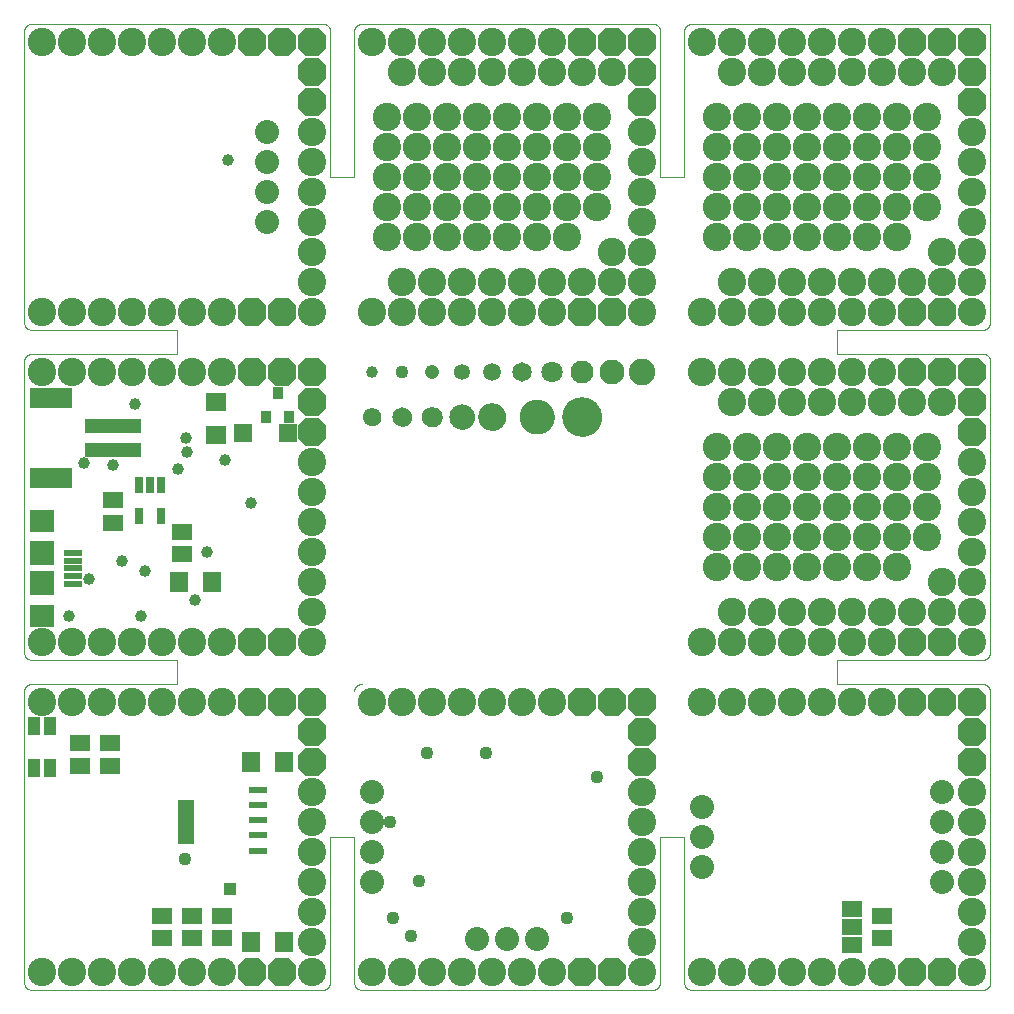
<source format=gts>
G75*
%MOIN*%
%OFA0B0*%
%FSLAX25Y25*%
%IPPOS*%
%LPD*%
%AMOC8*
5,1,8,0,0,1.08239X$1,22.5*
%
%ADD10C,0.00000*%
%ADD11C,0.06112*%
%ADD12C,0.06506*%
%ADD13C,0.06899*%
%ADD14C,0.08474*%
%ADD15C,0.09261*%
%ADD16C,0.11624*%
%ADD17C,0.13198*%
%ADD18C,0.00100*%
%ADD19C,0.09458*%
%ADD20OC8,0.09458*%
%ADD21R,0.06506X0.05718*%
%ADD22R,0.04143X0.06112*%
%ADD23R,0.06100X0.02400*%
%ADD24R,0.05718X0.14773*%
%ADD25R,0.06112X0.06899*%
%ADD26C,0.08000*%
%ADD27R,0.02765X0.05324*%
%ADD28R,0.06899X0.06112*%
%ADD29R,0.03750X0.04143*%
%ADD30R,0.06112X0.06112*%
%ADD31R,0.06112X0.01978*%
%ADD32R,0.08080X0.07687*%
%ADD33R,0.08080X0.08080*%
%ADD34R,0.18710X0.04537*%
%ADD35R,0.13986X0.06899*%
%ADD36R,0.06900X0.05200*%
%ADD37C,0.03969*%
%ADD38C,0.04362*%
%ADD39R,0.04362X0.04362*%
%ADD40C,0.04756*%
%ADD41C,0.05324*%
%ADD42C,0.05915*%
%ADD43C,0.07096*%
%ADD44C,0.07687*%
%ADD45C,0.08277*%
%ADD46C,0.08868*%
D10*
X0006275Y0006500D02*
X0006275Y0103500D01*
X0006277Y0103598D01*
X0006283Y0103696D01*
X0006292Y0103794D01*
X0006306Y0103891D01*
X0006323Y0103988D01*
X0006344Y0104084D01*
X0006369Y0104179D01*
X0006397Y0104273D01*
X0006430Y0104365D01*
X0006465Y0104457D01*
X0006505Y0104547D01*
X0006547Y0104635D01*
X0006594Y0104722D01*
X0006643Y0104806D01*
X0006696Y0104889D01*
X0006752Y0104969D01*
X0006812Y0105048D01*
X0006874Y0105124D01*
X0006939Y0105197D01*
X0007007Y0105268D01*
X0007078Y0105336D01*
X0007151Y0105401D01*
X0007227Y0105463D01*
X0007306Y0105523D01*
X0007386Y0105579D01*
X0007469Y0105632D01*
X0007553Y0105681D01*
X0007640Y0105728D01*
X0007728Y0105770D01*
X0007818Y0105810D01*
X0007910Y0105845D01*
X0008002Y0105878D01*
X0008096Y0105906D01*
X0008191Y0105931D01*
X0008287Y0105952D01*
X0008384Y0105969D01*
X0008481Y0105983D01*
X0008579Y0105992D01*
X0008677Y0105998D01*
X0008775Y0106000D01*
X0057275Y0106000D01*
X0057275Y0114000D01*
X0008775Y0114000D01*
X0008677Y0114002D01*
X0008579Y0114008D01*
X0008481Y0114017D01*
X0008384Y0114031D01*
X0008287Y0114048D01*
X0008191Y0114069D01*
X0008096Y0114094D01*
X0008002Y0114122D01*
X0007910Y0114155D01*
X0007818Y0114190D01*
X0007728Y0114230D01*
X0007640Y0114272D01*
X0007553Y0114319D01*
X0007469Y0114368D01*
X0007386Y0114421D01*
X0007306Y0114477D01*
X0007227Y0114537D01*
X0007151Y0114599D01*
X0007078Y0114664D01*
X0007007Y0114732D01*
X0006939Y0114803D01*
X0006874Y0114876D01*
X0006812Y0114952D01*
X0006752Y0115031D01*
X0006696Y0115111D01*
X0006643Y0115194D01*
X0006594Y0115278D01*
X0006547Y0115365D01*
X0006505Y0115453D01*
X0006465Y0115543D01*
X0006430Y0115635D01*
X0006397Y0115727D01*
X0006369Y0115821D01*
X0006344Y0115916D01*
X0006323Y0116012D01*
X0006306Y0116109D01*
X0006292Y0116206D01*
X0006283Y0116304D01*
X0006277Y0116402D01*
X0006275Y0116500D01*
X0006275Y0213500D01*
X0006277Y0213598D01*
X0006283Y0213696D01*
X0006292Y0213794D01*
X0006306Y0213891D01*
X0006323Y0213988D01*
X0006344Y0214084D01*
X0006369Y0214179D01*
X0006397Y0214273D01*
X0006430Y0214365D01*
X0006465Y0214457D01*
X0006505Y0214547D01*
X0006547Y0214635D01*
X0006594Y0214722D01*
X0006643Y0214806D01*
X0006696Y0214889D01*
X0006752Y0214969D01*
X0006812Y0215048D01*
X0006874Y0215124D01*
X0006939Y0215197D01*
X0007007Y0215268D01*
X0007078Y0215336D01*
X0007151Y0215401D01*
X0007227Y0215463D01*
X0007306Y0215523D01*
X0007386Y0215579D01*
X0007469Y0215632D01*
X0007553Y0215681D01*
X0007640Y0215728D01*
X0007728Y0215770D01*
X0007818Y0215810D01*
X0007910Y0215845D01*
X0008002Y0215878D01*
X0008096Y0215906D01*
X0008191Y0215931D01*
X0008287Y0215952D01*
X0008384Y0215969D01*
X0008481Y0215983D01*
X0008579Y0215992D01*
X0008677Y0215998D01*
X0008775Y0216000D01*
X0057275Y0216000D01*
X0057275Y0224000D01*
X0008775Y0224000D01*
X0008677Y0224002D01*
X0008579Y0224008D01*
X0008481Y0224017D01*
X0008384Y0224031D01*
X0008287Y0224048D01*
X0008191Y0224069D01*
X0008096Y0224094D01*
X0008002Y0224122D01*
X0007910Y0224155D01*
X0007818Y0224190D01*
X0007728Y0224230D01*
X0007640Y0224272D01*
X0007553Y0224319D01*
X0007469Y0224368D01*
X0007386Y0224421D01*
X0007306Y0224477D01*
X0007227Y0224537D01*
X0007151Y0224599D01*
X0007078Y0224664D01*
X0007007Y0224732D01*
X0006939Y0224803D01*
X0006874Y0224876D01*
X0006812Y0224952D01*
X0006752Y0225031D01*
X0006696Y0225111D01*
X0006643Y0225194D01*
X0006594Y0225278D01*
X0006547Y0225365D01*
X0006505Y0225453D01*
X0006465Y0225543D01*
X0006430Y0225635D01*
X0006397Y0225727D01*
X0006369Y0225821D01*
X0006344Y0225916D01*
X0006323Y0226012D01*
X0006306Y0226109D01*
X0006292Y0226206D01*
X0006283Y0226304D01*
X0006277Y0226402D01*
X0006275Y0226500D01*
X0006275Y0323511D01*
X0006277Y0323609D01*
X0006283Y0323707D01*
X0006292Y0323805D01*
X0006306Y0323902D01*
X0006323Y0323999D01*
X0006344Y0324095D01*
X0006369Y0324190D01*
X0006397Y0324284D01*
X0006430Y0324376D01*
X0006465Y0324468D01*
X0006505Y0324558D01*
X0006547Y0324646D01*
X0006594Y0324733D01*
X0006643Y0324817D01*
X0006696Y0324900D01*
X0006752Y0324980D01*
X0006812Y0325059D01*
X0006874Y0325135D01*
X0006939Y0325208D01*
X0007007Y0325279D01*
X0007078Y0325347D01*
X0007151Y0325412D01*
X0007227Y0325474D01*
X0007306Y0325534D01*
X0007386Y0325590D01*
X0007469Y0325643D01*
X0007553Y0325692D01*
X0007640Y0325739D01*
X0007728Y0325781D01*
X0007818Y0325821D01*
X0007910Y0325856D01*
X0008002Y0325889D01*
X0008096Y0325917D01*
X0008191Y0325942D01*
X0008287Y0325963D01*
X0008384Y0325980D01*
X0008481Y0325994D01*
X0008579Y0326003D01*
X0008677Y0326009D01*
X0008775Y0326011D01*
X0105775Y0326011D01*
X0105873Y0326009D01*
X0105971Y0326003D01*
X0106069Y0325994D01*
X0106166Y0325980D01*
X0106263Y0325963D01*
X0106359Y0325942D01*
X0106454Y0325917D01*
X0106548Y0325889D01*
X0106640Y0325856D01*
X0106732Y0325821D01*
X0106822Y0325781D01*
X0106910Y0325739D01*
X0106997Y0325692D01*
X0107081Y0325643D01*
X0107164Y0325590D01*
X0107244Y0325534D01*
X0107323Y0325474D01*
X0107399Y0325412D01*
X0107472Y0325347D01*
X0107543Y0325279D01*
X0107611Y0325208D01*
X0107676Y0325135D01*
X0107738Y0325059D01*
X0107798Y0324980D01*
X0107854Y0324900D01*
X0107907Y0324817D01*
X0107956Y0324733D01*
X0108003Y0324646D01*
X0108045Y0324558D01*
X0108085Y0324468D01*
X0108120Y0324376D01*
X0108153Y0324284D01*
X0108181Y0324190D01*
X0108206Y0324095D01*
X0108227Y0323999D01*
X0108244Y0323902D01*
X0108258Y0323805D01*
X0108267Y0323707D01*
X0108273Y0323609D01*
X0108275Y0323511D01*
X0108275Y0275000D01*
X0116275Y0275000D01*
X0116275Y0323500D01*
X0116277Y0323598D01*
X0116283Y0323696D01*
X0116292Y0323794D01*
X0116306Y0323891D01*
X0116323Y0323988D01*
X0116344Y0324084D01*
X0116369Y0324179D01*
X0116397Y0324273D01*
X0116430Y0324365D01*
X0116465Y0324457D01*
X0116505Y0324547D01*
X0116547Y0324635D01*
X0116594Y0324722D01*
X0116643Y0324806D01*
X0116696Y0324889D01*
X0116752Y0324969D01*
X0116812Y0325048D01*
X0116874Y0325124D01*
X0116939Y0325197D01*
X0117007Y0325268D01*
X0117078Y0325336D01*
X0117151Y0325401D01*
X0117227Y0325463D01*
X0117306Y0325523D01*
X0117386Y0325579D01*
X0117469Y0325632D01*
X0117553Y0325681D01*
X0117640Y0325728D01*
X0117728Y0325770D01*
X0117818Y0325810D01*
X0117910Y0325845D01*
X0118002Y0325878D01*
X0118096Y0325906D01*
X0118191Y0325931D01*
X0118287Y0325952D01*
X0118384Y0325969D01*
X0118481Y0325983D01*
X0118579Y0325992D01*
X0118677Y0325998D01*
X0118775Y0326000D01*
X0215775Y0326000D01*
X0215873Y0325998D01*
X0215971Y0325992D01*
X0216069Y0325983D01*
X0216166Y0325969D01*
X0216263Y0325952D01*
X0216359Y0325931D01*
X0216454Y0325906D01*
X0216548Y0325878D01*
X0216640Y0325845D01*
X0216732Y0325810D01*
X0216822Y0325770D01*
X0216910Y0325728D01*
X0216997Y0325681D01*
X0217081Y0325632D01*
X0217164Y0325579D01*
X0217244Y0325523D01*
X0217323Y0325463D01*
X0217399Y0325401D01*
X0217472Y0325336D01*
X0217543Y0325268D01*
X0217611Y0325197D01*
X0217676Y0325124D01*
X0217738Y0325048D01*
X0217798Y0324969D01*
X0217854Y0324889D01*
X0217907Y0324806D01*
X0217956Y0324722D01*
X0218003Y0324635D01*
X0218045Y0324547D01*
X0218085Y0324457D01*
X0218120Y0324365D01*
X0218153Y0324273D01*
X0218181Y0324179D01*
X0218206Y0324084D01*
X0218227Y0323988D01*
X0218244Y0323891D01*
X0218258Y0323794D01*
X0218267Y0323696D01*
X0218273Y0323598D01*
X0218275Y0323500D01*
X0218275Y0275000D01*
X0226275Y0275000D01*
X0226275Y0323500D01*
X0226275Y0323501D02*
X0226277Y0323599D01*
X0226282Y0323697D01*
X0226291Y0323795D01*
X0226304Y0323892D01*
X0226321Y0323989D01*
X0226342Y0324085D01*
X0226367Y0324180D01*
X0226395Y0324274D01*
X0226427Y0324367D01*
X0226463Y0324459D01*
X0226502Y0324549D01*
X0226544Y0324638D01*
X0226591Y0324724D01*
X0226640Y0324809D01*
X0226693Y0324892D01*
X0226749Y0324973D01*
X0226809Y0325051D01*
X0226871Y0325127D01*
X0226936Y0325201D01*
X0227004Y0325272D01*
X0227075Y0325340D01*
X0227149Y0325405D01*
X0227225Y0325467D01*
X0227303Y0325527D01*
X0227384Y0325583D01*
X0227466Y0325636D01*
X0227551Y0325685D01*
X0227638Y0325731D01*
X0227727Y0325774D01*
X0227817Y0325813D01*
X0227908Y0325849D01*
X0228001Y0325881D01*
X0228095Y0325909D01*
X0228191Y0325934D01*
X0228287Y0325955D01*
X0228383Y0325972D01*
X0228481Y0325985D01*
X0228579Y0325994D01*
X0228677Y0325999D01*
X0228775Y0326001D01*
X0228775Y0326000D02*
X0328275Y0326011D01*
X0328276Y0326011D01*
X0328275Y0326011D02*
X0328275Y0226500D01*
X0328273Y0226402D01*
X0328267Y0226304D01*
X0328258Y0226206D01*
X0328244Y0226109D01*
X0328227Y0226012D01*
X0328206Y0225916D01*
X0328181Y0225821D01*
X0328153Y0225727D01*
X0328120Y0225635D01*
X0328085Y0225543D01*
X0328045Y0225453D01*
X0328003Y0225365D01*
X0327956Y0225278D01*
X0327907Y0225194D01*
X0327854Y0225111D01*
X0327798Y0225031D01*
X0327738Y0224952D01*
X0327676Y0224876D01*
X0327611Y0224803D01*
X0327543Y0224732D01*
X0327472Y0224664D01*
X0327399Y0224599D01*
X0327323Y0224537D01*
X0327244Y0224477D01*
X0327164Y0224421D01*
X0327081Y0224368D01*
X0326997Y0224319D01*
X0326910Y0224272D01*
X0326822Y0224230D01*
X0326732Y0224190D01*
X0326640Y0224155D01*
X0326548Y0224122D01*
X0326454Y0224094D01*
X0326359Y0224069D01*
X0326263Y0224048D01*
X0326166Y0224031D01*
X0326069Y0224017D01*
X0325971Y0224008D01*
X0325873Y0224002D01*
X0325775Y0224000D01*
X0277275Y0224000D01*
X0277275Y0216000D01*
X0325775Y0216000D01*
X0325873Y0215998D01*
X0325971Y0215992D01*
X0326069Y0215983D01*
X0326166Y0215969D01*
X0326263Y0215952D01*
X0326359Y0215931D01*
X0326454Y0215906D01*
X0326548Y0215878D01*
X0326640Y0215845D01*
X0326732Y0215810D01*
X0326822Y0215770D01*
X0326910Y0215728D01*
X0326997Y0215681D01*
X0327081Y0215632D01*
X0327164Y0215579D01*
X0327244Y0215523D01*
X0327323Y0215463D01*
X0327399Y0215401D01*
X0327472Y0215336D01*
X0327543Y0215268D01*
X0327611Y0215197D01*
X0327676Y0215124D01*
X0327738Y0215048D01*
X0327798Y0214969D01*
X0327854Y0214889D01*
X0327907Y0214806D01*
X0327956Y0214722D01*
X0328003Y0214635D01*
X0328045Y0214547D01*
X0328085Y0214457D01*
X0328120Y0214365D01*
X0328153Y0214273D01*
X0328181Y0214179D01*
X0328206Y0214084D01*
X0328227Y0213988D01*
X0328244Y0213891D01*
X0328258Y0213794D01*
X0328267Y0213696D01*
X0328273Y0213598D01*
X0328275Y0213500D01*
X0328275Y0116500D01*
X0328273Y0116402D01*
X0328267Y0116304D01*
X0328258Y0116206D01*
X0328244Y0116109D01*
X0328227Y0116012D01*
X0328206Y0115916D01*
X0328181Y0115821D01*
X0328153Y0115727D01*
X0328120Y0115635D01*
X0328085Y0115543D01*
X0328045Y0115453D01*
X0328003Y0115365D01*
X0327956Y0115278D01*
X0327907Y0115194D01*
X0327854Y0115111D01*
X0327798Y0115031D01*
X0327738Y0114952D01*
X0327676Y0114876D01*
X0327611Y0114803D01*
X0327543Y0114732D01*
X0327472Y0114664D01*
X0327399Y0114599D01*
X0327323Y0114537D01*
X0327244Y0114477D01*
X0327164Y0114421D01*
X0327081Y0114368D01*
X0326997Y0114319D01*
X0326910Y0114272D01*
X0326822Y0114230D01*
X0326732Y0114190D01*
X0326640Y0114155D01*
X0326548Y0114122D01*
X0326454Y0114094D01*
X0326359Y0114069D01*
X0326263Y0114048D01*
X0326166Y0114031D01*
X0326069Y0114017D01*
X0325971Y0114008D01*
X0325873Y0114002D01*
X0325775Y0114000D01*
X0277275Y0114000D01*
X0277275Y0106000D01*
X0325776Y0106000D01*
X0325776Y0105999D02*
X0325879Y0105985D01*
X0325982Y0105967D01*
X0326085Y0105945D01*
X0326186Y0105919D01*
X0326286Y0105890D01*
X0326386Y0105857D01*
X0326484Y0105820D01*
X0326580Y0105780D01*
X0326675Y0105736D01*
X0326769Y0105689D01*
X0326860Y0105638D01*
X0326950Y0105585D01*
X0327038Y0105528D01*
X0327123Y0105467D01*
X0327207Y0105404D01*
X0327287Y0105338D01*
X0327366Y0105268D01*
X0327442Y0105196D01*
X0327515Y0105122D01*
X0327585Y0105044D01*
X0327653Y0104964D01*
X0327717Y0104882D01*
X0327779Y0104797D01*
X0327837Y0104711D01*
X0327893Y0104622D01*
X0327944Y0104531D01*
X0327993Y0104438D01*
X0328038Y0104344D01*
X0328080Y0104248D01*
X0328118Y0104150D01*
X0328152Y0104052D01*
X0328183Y0103952D01*
X0328210Y0103851D01*
X0328234Y0103749D01*
X0328254Y0103646D01*
X0328270Y0103543D01*
X0328282Y0103439D01*
X0328290Y0103334D01*
X0328295Y0103230D01*
X0328296Y0103125D01*
X0328293Y0103021D01*
X0328286Y0102916D01*
X0328275Y0102812D01*
X0328276Y0102812D02*
X0328276Y0007187D01*
X0328277Y0007187D02*
X0328300Y0007090D01*
X0328320Y0006993D01*
X0328335Y0006894D01*
X0328347Y0006795D01*
X0328355Y0006696D01*
X0328359Y0006596D01*
X0328359Y0006496D01*
X0328355Y0006397D01*
X0328347Y0006298D01*
X0328335Y0006199D01*
X0328320Y0006100D01*
X0328300Y0006002D01*
X0328277Y0005905D01*
X0328250Y0005809D01*
X0328220Y0005715D01*
X0328185Y0005621D01*
X0328147Y0005529D01*
X0328106Y0005438D01*
X0328060Y0005350D01*
X0328012Y0005262D01*
X0327960Y0005177D01*
X0327905Y0005094D01*
X0327846Y0005014D01*
X0327785Y0004935D01*
X0327720Y0004859D01*
X0327653Y0004786D01*
X0327583Y0004715D01*
X0327510Y0004647D01*
X0327434Y0004582D01*
X0327356Y0004520D01*
X0327276Y0004462D01*
X0327193Y0004406D01*
X0327108Y0004354D01*
X0327021Y0004304D01*
X0326933Y0004259D01*
X0326843Y0004217D01*
X0326751Y0004178D01*
X0326657Y0004143D01*
X0326563Y0004112D01*
X0326467Y0004085D01*
X0326370Y0004061D01*
X0326272Y0004041D01*
X0326174Y0004025D01*
X0326075Y0004013D01*
X0325976Y0004004D01*
X0325876Y0004000D01*
X0325777Y0003999D01*
X0325776Y0004000D02*
X0228775Y0004000D01*
X0228677Y0004002D01*
X0228579Y0004008D01*
X0228481Y0004017D01*
X0228384Y0004031D01*
X0228287Y0004048D01*
X0228191Y0004069D01*
X0228096Y0004094D01*
X0228002Y0004122D01*
X0227910Y0004155D01*
X0227818Y0004190D01*
X0227728Y0004230D01*
X0227640Y0004272D01*
X0227553Y0004319D01*
X0227469Y0004368D01*
X0227386Y0004421D01*
X0227306Y0004477D01*
X0227227Y0004537D01*
X0227151Y0004599D01*
X0227078Y0004664D01*
X0227007Y0004732D01*
X0226939Y0004803D01*
X0226874Y0004876D01*
X0226812Y0004952D01*
X0226752Y0005031D01*
X0226696Y0005111D01*
X0226643Y0005194D01*
X0226594Y0005278D01*
X0226547Y0005365D01*
X0226505Y0005453D01*
X0226465Y0005543D01*
X0226430Y0005635D01*
X0226397Y0005727D01*
X0226369Y0005821D01*
X0226344Y0005916D01*
X0226323Y0006012D01*
X0226306Y0006109D01*
X0226292Y0006206D01*
X0226283Y0006304D01*
X0226277Y0006402D01*
X0226275Y0006500D01*
X0226275Y0055000D01*
X0218275Y0055000D01*
X0218275Y0006500D01*
X0218273Y0006402D01*
X0218267Y0006304D01*
X0218258Y0006206D01*
X0218244Y0006109D01*
X0218227Y0006012D01*
X0218206Y0005916D01*
X0218181Y0005821D01*
X0218153Y0005727D01*
X0218120Y0005635D01*
X0218085Y0005543D01*
X0218045Y0005453D01*
X0218003Y0005365D01*
X0217956Y0005278D01*
X0217907Y0005194D01*
X0217854Y0005111D01*
X0217798Y0005031D01*
X0217738Y0004952D01*
X0217676Y0004876D01*
X0217611Y0004803D01*
X0217543Y0004732D01*
X0217472Y0004664D01*
X0217399Y0004599D01*
X0217323Y0004537D01*
X0217244Y0004477D01*
X0217164Y0004421D01*
X0217081Y0004368D01*
X0216997Y0004319D01*
X0216910Y0004272D01*
X0216822Y0004230D01*
X0216732Y0004190D01*
X0216640Y0004155D01*
X0216548Y0004122D01*
X0216454Y0004094D01*
X0216359Y0004069D01*
X0216263Y0004048D01*
X0216166Y0004031D01*
X0216069Y0004017D01*
X0215971Y0004008D01*
X0215873Y0004002D01*
X0215775Y0004000D01*
X0118775Y0004000D01*
X0118677Y0004002D01*
X0118579Y0004008D01*
X0118481Y0004017D01*
X0118384Y0004031D01*
X0118287Y0004048D01*
X0118191Y0004069D01*
X0118096Y0004094D01*
X0118002Y0004122D01*
X0117910Y0004155D01*
X0117818Y0004190D01*
X0117728Y0004230D01*
X0117640Y0004272D01*
X0117553Y0004319D01*
X0117469Y0004368D01*
X0117386Y0004421D01*
X0117306Y0004477D01*
X0117227Y0004537D01*
X0117151Y0004599D01*
X0117078Y0004664D01*
X0117007Y0004732D01*
X0116939Y0004803D01*
X0116874Y0004876D01*
X0116812Y0004952D01*
X0116752Y0005031D01*
X0116696Y0005111D01*
X0116643Y0005194D01*
X0116594Y0005278D01*
X0116547Y0005365D01*
X0116505Y0005453D01*
X0116465Y0005543D01*
X0116430Y0005635D01*
X0116397Y0005727D01*
X0116369Y0005821D01*
X0116344Y0005916D01*
X0116323Y0006012D01*
X0116306Y0006109D01*
X0116292Y0006206D01*
X0116283Y0006304D01*
X0116277Y0006402D01*
X0116275Y0006500D01*
X0116275Y0055000D01*
X0108275Y0055000D01*
X0108275Y0006500D01*
X0108273Y0006402D01*
X0108267Y0006304D01*
X0108258Y0006206D01*
X0108244Y0006109D01*
X0108227Y0006012D01*
X0108206Y0005916D01*
X0108181Y0005821D01*
X0108153Y0005727D01*
X0108120Y0005635D01*
X0108085Y0005543D01*
X0108045Y0005453D01*
X0108003Y0005365D01*
X0107956Y0005278D01*
X0107907Y0005194D01*
X0107854Y0005111D01*
X0107798Y0005031D01*
X0107738Y0004952D01*
X0107676Y0004876D01*
X0107611Y0004803D01*
X0107543Y0004732D01*
X0107472Y0004664D01*
X0107399Y0004599D01*
X0107323Y0004537D01*
X0107244Y0004477D01*
X0107164Y0004421D01*
X0107081Y0004368D01*
X0106997Y0004319D01*
X0106910Y0004272D01*
X0106822Y0004230D01*
X0106732Y0004190D01*
X0106640Y0004155D01*
X0106548Y0004122D01*
X0106454Y0004094D01*
X0106359Y0004069D01*
X0106263Y0004048D01*
X0106166Y0004031D01*
X0106069Y0004017D01*
X0105971Y0004008D01*
X0105873Y0004002D01*
X0105775Y0004000D01*
X0008775Y0004000D01*
X0008677Y0004002D01*
X0008579Y0004008D01*
X0008481Y0004017D01*
X0008384Y0004031D01*
X0008287Y0004048D01*
X0008191Y0004069D01*
X0008096Y0004094D01*
X0008002Y0004122D01*
X0007910Y0004155D01*
X0007818Y0004190D01*
X0007728Y0004230D01*
X0007640Y0004272D01*
X0007553Y0004319D01*
X0007469Y0004368D01*
X0007386Y0004421D01*
X0007306Y0004477D01*
X0007227Y0004537D01*
X0007151Y0004599D01*
X0007078Y0004664D01*
X0007007Y0004732D01*
X0006939Y0004803D01*
X0006874Y0004876D01*
X0006812Y0004952D01*
X0006752Y0005031D01*
X0006696Y0005111D01*
X0006643Y0005194D01*
X0006594Y0005278D01*
X0006547Y0005365D01*
X0006505Y0005453D01*
X0006465Y0005543D01*
X0006430Y0005635D01*
X0006397Y0005727D01*
X0006369Y0005821D01*
X0006344Y0005916D01*
X0006323Y0006012D01*
X0006306Y0006109D01*
X0006292Y0006206D01*
X0006283Y0006304D01*
X0006277Y0006402D01*
X0006275Y0006500D01*
X0119519Y0195000D02*
X0119521Y0195105D01*
X0119527Y0195210D01*
X0119537Y0195314D01*
X0119551Y0195418D01*
X0119569Y0195522D01*
X0119591Y0195624D01*
X0119616Y0195726D01*
X0119646Y0195827D01*
X0119679Y0195926D01*
X0119716Y0196024D01*
X0119757Y0196121D01*
X0119802Y0196216D01*
X0119850Y0196309D01*
X0119901Y0196401D01*
X0119957Y0196490D01*
X0120015Y0196577D01*
X0120077Y0196662D01*
X0120141Y0196745D01*
X0120209Y0196825D01*
X0120280Y0196902D01*
X0120354Y0196976D01*
X0120431Y0197048D01*
X0120510Y0197117D01*
X0120592Y0197182D01*
X0120676Y0197245D01*
X0120763Y0197304D01*
X0120852Y0197360D01*
X0120943Y0197413D01*
X0121036Y0197462D01*
X0121130Y0197507D01*
X0121226Y0197549D01*
X0121324Y0197587D01*
X0121423Y0197621D01*
X0121524Y0197652D01*
X0121625Y0197678D01*
X0121728Y0197701D01*
X0121831Y0197720D01*
X0121935Y0197735D01*
X0122039Y0197746D01*
X0122144Y0197753D01*
X0122249Y0197756D01*
X0122354Y0197755D01*
X0122459Y0197750D01*
X0122563Y0197741D01*
X0122667Y0197728D01*
X0122771Y0197711D01*
X0122874Y0197690D01*
X0122976Y0197665D01*
X0123077Y0197637D01*
X0123176Y0197604D01*
X0123275Y0197568D01*
X0123372Y0197528D01*
X0123467Y0197485D01*
X0123561Y0197437D01*
X0123653Y0197387D01*
X0123743Y0197333D01*
X0123831Y0197275D01*
X0123916Y0197214D01*
X0123999Y0197150D01*
X0124080Y0197083D01*
X0124158Y0197013D01*
X0124233Y0196939D01*
X0124305Y0196864D01*
X0124375Y0196785D01*
X0124441Y0196704D01*
X0124505Y0196620D01*
X0124565Y0196534D01*
X0124621Y0196446D01*
X0124675Y0196355D01*
X0124725Y0196263D01*
X0124771Y0196169D01*
X0124814Y0196073D01*
X0124853Y0195975D01*
X0124888Y0195877D01*
X0124919Y0195776D01*
X0124947Y0195675D01*
X0124971Y0195573D01*
X0124991Y0195470D01*
X0125007Y0195366D01*
X0125019Y0195262D01*
X0125027Y0195157D01*
X0125031Y0195052D01*
X0125031Y0194948D01*
X0125027Y0194843D01*
X0125019Y0194738D01*
X0125007Y0194634D01*
X0124991Y0194530D01*
X0124971Y0194427D01*
X0124947Y0194325D01*
X0124919Y0194224D01*
X0124888Y0194123D01*
X0124853Y0194025D01*
X0124814Y0193927D01*
X0124771Y0193831D01*
X0124725Y0193737D01*
X0124675Y0193645D01*
X0124621Y0193554D01*
X0124565Y0193466D01*
X0124505Y0193380D01*
X0124441Y0193296D01*
X0124375Y0193215D01*
X0124305Y0193136D01*
X0124233Y0193061D01*
X0124158Y0192987D01*
X0124080Y0192917D01*
X0123999Y0192850D01*
X0123916Y0192786D01*
X0123831Y0192725D01*
X0123743Y0192667D01*
X0123653Y0192613D01*
X0123561Y0192563D01*
X0123467Y0192515D01*
X0123372Y0192472D01*
X0123275Y0192432D01*
X0123176Y0192396D01*
X0123077Y0192363D01*
X0122976Y0192335D01*
X0122874Y0192310D01*
X0122771Y0192289D01*
X0122667Y0192272D01*
X0122563Y0192259D01*
X0122459Y0192250D01*
X0122354Y0192245D01*
X0122249Y0192244D01*
X0122144Y0192247D01*
X0122039Y0192254D01*
X0121935Y0192265D01*
X0121831Y0192280D01*
X0121728Y0192299D01*
X0121625Y0192322D01*
X0121524Y0192348D01*
X0121423Y0192379D01*
X0121324Y0192413D01*
X0121226Y0192451D01*
X0121130Y0192493D01*
X0121036Y0192538D01*
X0120943Y0192587D01*
X0120852Y0192640D01*
X0120763Y0192696D01*
X0120676Y0192755D01*
X0120592Y0192818D01*
X0120510Y0192883D01*
X0120431Y0192952D01*
X0120354Y0193024D01*
X0120280Y0193098D01*
X0120209Y0193175D01*
X0120141Y0193255D01*
X0120077Y0193338D01*
X0120015Y0193423D01*
X0119957Y0193510D01*
X0119901Y0193599D01*
X0119850Y0193691D01*
X0119802Y0193784D01*
X0119757Y0193879D01*
X0119716Y0193976D01*
X0119679Y0194074D01*
X0119646Y0194173D01*
X0119616Y0194274D01*
X0119591Y0194376D01*
X0119569Y0194478D01*
X0119551Y0194582D01*
X0119537Y0194686D01*
X0119527Y0194790D01*
X0119521Y0194895D01*
X0119519Y0195000D01*
X0129322Y0195000D02*
X0129324Y0195108D01*
X0129330Y0195217D01*
X0129340Y0195325D01*
X0129354Y0195432D01*
X0129372Y0195539D01*
X0129393Y0195646D01*
X0129419Y0195751D01*
X0129449Y0195856D01*
X0129482Y0195959D01*
X0129519Y0196061D01*
X0129560Y0196161D01*
X0129604Y0196260D01*
X0129653Y0196358D01*
X0129704Y0196453D01*
X0129759Y0196546D01*
X0129818Y0196638D01*
X0129880Y0196727D01*
X0129945Y0196814D01*
X0130013Y0196898D01*
X0130084Y0196980D01*
X0130158Y0197059D01*
X0130235Y0197135D01*
X0130315Y0197209D01*
X0130398Y0197279D01*
X0130483Y0197347D01*
X0130570Y0197411D01*
X0130660Y0197472D01*
X0130752Y0197530D01*
X0130846Y0197584D01*
X0130942Y0197635D01*
X0131039Y0197682D01*
X0131139Y0197726D01*
X0131240Y0197766D01*
X0131342Y0197802D01*
X0131445Y0197834D01*
X0131550Y0197863D01*
X0131656Y0197887D01*
X0131762Y0197908D01*
X0131869Y0197925D01*
X0131977Y0197938D01*
X0132085Y0197947D01*
X0132194Y0197952D01*
X0132302Y0197953D01*
X0132411Y0197950D01*
X0132519Y0197943D01*
X0132627Y0197932D01*
X0132734Y0197917D01*
X0132841Y0197898D01*
X0132947Y0197875D01*
X0133052Y0197849D01*
X0133157Y0197818D01*
X0133259Y0197784D01*
X0133361Y0197746D01*
X0133461Y0197704D01*
X0133560Y0197659D01*
X0133657Y0197610D01*
X0133751Y0197557D01*
X0133844Y0197501D01*
X0133935Y0197442D01*
X0134024Y0197379D01*
X0134110Y0197314D01*
X0134194Y0197245D01*
X0134275Y0197173D01*
X0134353Y0197098D01*
X0134429Y0197020D01*
X0134502Y0196939D01*
X0134572Y0196856D01*
X0134638Y0196771D01*
X0134702Y0196683D01*
X0134762Y0196592D01*
X0134819Y0196500D01*
X0134872Y0196405D01*
X0134922Y0196309D01*
X0134968Y0196211D01*
X0135011Y0196111D01*
X0135050Y0196010D01*
X0135085Y0195907D01*
X0135117Y0195804D01*
X0135144Y0195699D01*
X0135168Y0195593D01*
X0135188Y0195486D01*
X0135204Y0195379D01*
X0135216Y0195271D01*
X0135224Y0195163D01*
X0135228Y0195054D01*
X0135228Y0194946D01*
X0135224Y0194837D01*
X0135216Y0194729D01*
X0135204Y0194621D01*
X0135188Y0194514D01*
X0135168Y0194407D01*
X0135144Y0194301D01*
X0135117Y0194196D01*
X0135085Y0194093D01*
X0135050Y0193990D01*
X0135011Y0193889D01*
X0134968Y0193789D01*
X0134922Y0193691D01*
X0134872Y0193595D01*
X0134819Y0193500D01*
X0134762Y0193408D01*
X0134702Y0193317D01*
X0134638Y0193229D01*
X0134572Y0193144D01*
X0134502Y0193061D01*
X0134429Y0192980D01*
X0134353Y0192902D01*
X0134275Y0192827D01*
X0134194Y0192755D01*
X0134110Y0192686D01*
X0134024Y0192621D01*
X0133935Y0192558D01*
X0133844Y0192499D01*
X0133752Y0192443D01*
X0133657Y0192390D01*
X0133560Y0192341D01*
X0133461Y0192296D01*
X0133361Y0192254D01*
X0133259Y0192216D01*
X0133157Y0192182D01*
X0133052Y0192151D01*
X0132947Y0192125D01*
X0132841Y0192102D01*
X0132734Y0192083D01*
X0132627Y0192068D01*
X0132519Y0192057D01*
X0132411Y0192050D01*
X0132302Y0192047D01*
X0132194Y0192048D01*
X0132085Y0192053D01*
X0131977Y0192062D01*
X0131869Y0192075D01*
X0131762Y0192092D01*
X0131656Y0192113D01*
X0131550Y0192137D01*
X0131445Y0192166D01*
X0131342Y0192198D01*
X0131240Y0192234D01*
X0131139Y0192274D01*
X0131039Y0192318D01*
X0130942Y0192365D01*
X0130846Y0192416D01*
X0130752Y0192470D01*
X0130660Y0192528D01*
X0130570Y0192589D01*
X0130483Y0192653D01*
X0130398Y0192721D01*
X0130315Y0192791D01*
X0130235Y0192865D01*
X0130158Y0192941D01*
X0130084Y0193020D01*
X0130013Y0193102D01*
X0129945Y0193186D01*
X0129880Y0193273D01*
X0129818Y0193362D01*
X0129759Y0193454D01*
X0129704Y0193547D01*
X0129653Y0193642D01*
X0129604Y0193740D01*
X0129560Y0193839D01*
X0129519Y0193939D01*
X0129482Y0194041D01*
X0129449Y0194144D01*
X0129419Y0194249D01*
X0129393Y0194354D01*
X0129372Y0194461D01*
X0129354Y0194568D01*
X0129340Y0194675D01*
X0129330Y0194783D01*
X0129324Y0194892D01*
X0129322Y0195000D01*
X0139125Y0195000D02*
X0139127Y0195112D01*
X0139133Y0195223D01*
X0139143Y0195335D01*
X0139157Y0195446D01*
X0139174Y0195556D01*
X0139196Y0195666D01*
X0139222Y0195775D01*
X0139251Y0195883D01*
X0139284Y0195989D01*
X0139321Y0196095D01*
X0139362Y0196199D01*
X0139407Y0196302D01*
X0139455Y0196403D01*
X0139506Y0196502D01*
X0139561Y0196599D01*
X0139620Y0196694D01*
X0139681Y0196788D01*
X0139746Y0196879D01*
X0139815Y0196967D01*
X0139886Y0197053D01*
X0139960Y0197137D01*
X0140038Y0197217D01*
X0140118Y0197295D01*
X0140201Y0197371D01*
X0140286Y0197443D01*
X0140374Y0197512D01*
X0140464Y0197578D01*
X0140557Y0197640D01*
X0140652Y0197700D01*
X0140749Y0197756D01*
X0140847Y0197808D01*
X0140948Y0197857D01*
X0141050Y0197902D01*
X0141154Y0197944D01*
X0141259Y0197982D01*
X0141366Y0198016D01*
X0141473Y0198046D01*
X0141582Y0198073D01*
X0141691Y0198095D01*
X0141802Y0198114D01*
X0141912Y0198129D01*
X0142024Y0198140D01*
X0142135Y0198147D01*
X0142247Y0198150D01*
X0142359Y0198149D01*
X0142471Y0198144D01*
X0142582Y0198135D01*
X0142693Y0198122D01*
X0142804Y0198105D01*
X0142914Y0198085D01*
X0143023Y0198060D01*
X0143131Y0198032D01*
X0143238Y0197999D01*
X0143344Y0197963D01*
X0143448Y0197923D01*
X0143551Y0197880D01*
X0143653Y0197833D01*
X0143752Y0197782D01*
X0143850Y0197728D01*
X0143946Y0197670D01*
X0144040Y0197609D01*
X0144131Y0197545D01*
X0144220Y0197478D01*
X0144307Y0197407D01*
X0144391Y0197333D01*
X0144473Y0197257D01*
X0144551Y0197177D01*
X0144627Y0197095D01*
X0144700Y0197010D01*
X0144770Y0196923D01*
X0144836Y0196833D01*
X0144900Y0196741D01*
X0144960Y0196647D01*
X0145017Y0196551D01*
X0145070Y0196452D01*
X0145120Y0196352D01*
X0145166Y0196251D01*
X0145209Y0196147D01*
X0145248Y0196042D01*
X0145283Y0195936D01*
X0145314Y0195829D01*
X0145342Y0195720D01*
X0145365Y0195611D01*
X0145385Y0195501D01*
X0145401Y0195390D01*
X0145413Y0195279D01*
X0145421Y0195168D01*
X0145425Y0195056D01*
X0145425Y0194944D01*
X0145421Y0194832D01*
X0145413Y0194721D01*
X0145401Y0194610D01*
X0145385Y0194499D01*
X0145365Y0194389D01*
X0145342Y0194280D01*
X0145314Y0194171D01*
X0145283Y0194064D01*
X0145248Y0193958D01*
X0145209Y0193853D01*
X0145166Y0193749D01*
X0145120Y0193648D01*
X0145070Y0193548D01*
X0145017Y0193449D01*
X0144960Y0193353D01*
X0144900Y0193259D01*
X0144836Y0193167D01*
X0144770Y0193077D01*
X0144700Y0192990D01*
X0144627Y0192905D01*
X0144551Y0192823D01*
X0144473Y0192743D01*
X0144391Y0192667D01*
X0144307Y0192593D01*
X0144220Y0192522D01*
X0144131Y0192455D01*
X0144040Y0192391D01*
X0143946Y0192330D01*
X0143850Y0192272D01*
X0143752Y0192218D01*
X0143653Y0192167D01*
X0143551Y0192120D01*
X0143448Y0192077D01*
X0143344Y0192037D01*
X0143238Y0192001D01*
X0143131Y0191968D01*
X0143023Y0191940D01*
X0142914Y0191915D01*
X0142804Y0191895D01*
X0142693Y0191878D01*
X0142582Y0191865D01*
X0142471Y0191856D01*
X0142359Y0191851D01*
X0142247Y0191850D01*
X0142135Y0191853D01*
X0142024Y0191860D01*
X0141912Y0191871D01*
X0141802Y0191886D01*
X0141691Y0191905D01*
X0141582Y0191927D01*
X0141473Y0191954D01*
X0141366Y0191984D01*
X0141259Y0192018D01*
X0141154Y0192056D01*
X0141050Y0192098D01*
X0140948Y0192143D01*
X0140847Y0192192D01*
X0140749Y0192244D01*
X0140652Y0192300D01*
X0140557Y0192360D01*
X0140464Y0192422D01*
X0140374Y0192488D01*
X0140286Y0192557D01*
X0140201Y0192629D01*
X0140118Y0192705D01*
X0140038Y0192783D01*
X0139960Y0192863D01*
X0139886Y0192947D01*
X0139815Y0193033D01*
X0139746Y0193121D01*
X0139681Y0193212D01*
X0139620Y0193306D01*
X0139561Y0193401D01*
X0139506Y0193498D01*
X0139455Y0193597D01*
X0139407Y0193698D01*
X0139362Y0193801D01*
X0139321Y0193905D01*
X0139284Y0194011D01*
X0139251Y0194117D01*
X0139222Y0194225D01*
X0139196Y0194334D01*
X0139174Y0194444D01*
X0139157Y0194554D01*
X0139143Y0194665D01*
X0139133Y0194777D01*
X0139127Y0194888D01*
X0139125Y0195000D01*
X0148338Y0195000D02*
X0148340Y0195125D01*
X0148346Y0195250D01*
X0148356Y0195374D01*
X0148370Y0195498D01*
X0148387Y0195622D01*
X0148409Y0195745D01*
X0148435Y0195867D01*
X0148464Y0195989D01*
X0148497Y0196109D01*
X0148535Y0196228D01*
X0148575Y0196347D01*
X0148620Y0196463D01*
X0148668Y0196578D01*
X0148720Y0196692D01*
X0148776Y0196804D01*
X0148835Y0196914D01*
X0148897Y0197022D01*
X0148963Y0197129D01*
X0149032Y0197233D01*
X0149105Y0197334D01*
X0149180Y0197434D01*
X0149259Y0197531D01*
X0149341Y0197625D01*
X0149426Y0197717D01*
X0149513Y0197806D01*
X0149604Y0197892D01*
X0149697Y0197975D01*
X0149793Y0198056D01*
X0149891Y0198133D01*
X0149991Y0198207D01*
X0150094Y0198278D01*
X0150199Y0198345D01*
X0150307Y0198410D01*
X0150416Y0198470D01*
X0150527Y0198528D01*
X0150640Y0198581D01*
X0150754Y0198631D01*
X0150870Y0198678D01*
X0150987Y0198720D01*
X0151106Y0198759D01*
X0151226Y0198795D01*
X0151347Y0198826D01*
X0151469Y0198854D01*
X0151591Y0198877D01*
X0151715Y0198897D01*
X0151839Y0198913D01*
X0151963Y0198925D01*
X0152088Y0198933D01*
X0152213Y0198937D01*
X0152337Y0198937D01*
X0152462Y0198933D01*
X0152587Y0198925D01*
X0152711Y0198913D01*
X0152835Y0198897D01*
X0152959Y0198877D01*
X0153081Y0198854D01*
X0153203Y0198826D01*
X0153324Y0198795D01*
X0153444Y0198759D01*
X0153563Y0198720D01*
X0153680Y0198678D01*
X0153796Y0198631D01*
X0153910Y0198581D01*
X0154023Y0198528D01*
X0154134Y0198470D01*
X0154244Y0198410D01*
X0154351Y0198345D01*
X0154456Y0198278D01*
X0154559Y0198207D01*
X0154659Y0198133D01*
X0154757Y0198056D01*
X0154853Y0197975D01*
X0154946Y0197892D01*
X0155037Y0197806D01*
X0155124Y0197717D01*
X0155209Y0197625D01*
X0155291Y0197531D01*
X0155370Y0197434D01*
X0155445Y0197334D01*
X0155518Y0197233D01*
X0155587Y0197129D01*
X0155653Y0197022D01*
X0155715Y0196914D01*
X0155774Y0196804D01*
X0155830Y0196692D01*
X0155882Y0196578D01*
X0155930Y0196463D01*
X0155975Y0196347D01*
X0156015Y0196228D01*
X0156053Y0196109D01*
X0156086Y0195989D01*
X0156115Y0195867D01*
X0156141Y0195745D01*
X0156163Y0195622D01*
X0156180Y0195498D01*
X0156194Y0195374D01*
X0156204Y0195250D01*
X0156210Y0195125D01*
X0156212Y0195000D01*
X0156210Y0194875D01*
X0156204Y0194750D01*
X0156194Y0194626D01*
X0156180Y0194502D01*
X0156163Y0194378D01*
X0156141Y0194255D01*
X0156115Y0194133D01*
X0156086Y0194011D01*
X0156053Y0193891D01*
X0156015Y0193772D01*
X0155975Y0193653D01*
X0155930Y0193537D01*
X0155882Y0193422D01*
X0155830Y0193308D01*
X0155774Y0193196D01*
X0155715Y0193086D01*
X0155653Y0192978D01*
X0155587Y0192871D01*
X0155518Y0192767D01*
X0155445Y0192666D01*
X0155370Y0192566D01*
X0155291Y0192469D01*
X0155209Y0192375D01*
X0155124Y0192283D01*
X0155037Y0192194D01*
X0154946Y0192108D01*
X0154853Y0192025D01*
X0154757Y0191944D01*
X0154659Y0191867D01*
X0154559Y0191793D01*
X0154456Y0191722D01*
X0154351Y0191655D01*
X0154243Y0191590D01*
X0154134Y0191530D01*
X0154023Y0191472D01*
X0153910Y0191419D01*
X0153796Y0191369D01*
X0153680Y0191322D01*
X0153563Y0191280D01*
X0153444Y0191241D01*
X0153324Y0191205D01*
X0153203Y0191174D01*
X0153081Y0191146D01*
X0152959Y0191123D01*
X0152835Y0191103D01*
X0152711Y0191087D01*
X0152587Y0191075D01*
X0152462Y0191067D01*
X0152337Y0191063D01*
X0152213Y0191063D01*
X0152088Y0191067D01*
X0151963Y0191075D01*
X0151839Y0191087D01*
X0151715Y0191103D01*
X0151591Y0191123D01*
X0151469Y0191146D01*
X0151347Y0191174D01*
X0151226Y0191205D01*
X0151106Y0191241D01*
X0150987Y0191280D01*
X0150870Y0191322D01*
X0150754Y0191369D01*
X0150640Y0191419D01*
X0150527Y0191472D01*
X0150416Y0191530D01*
X0150306Y0191590D01*
X0150199Y0191655D01*
X0150094Y0191722D01*
X0149991Y0191793D01*
X0149891Y0191867D01*
X0149793Y0191944D01*
X0149697Y0192025D01*
X0149604Y0192108D01*
X0149513Y0192194D01*
X0149426Y0192283D01*
X0149341Y0192375D01*
X0149259Y0192469D01*
X0149180Y0192566D01*
X0149105Y0192666D01*
X0149032Y0192767D01*
X0148963Y0192871D01*
X0148897Y0192978D01*
X0148835Y0193086D01*
X0148776Y0193196D01*
X0148720Y0193308D01*
X0148668Y0193422D01*
X0148620Y0193537D01*
X0148575Y0193653D01*
X0148535Y0193772D01*
X0148497Y0193891D01*
X0148464Y0194011D01*
X0148435Y0194133D01*
X0148409Y0194255D01*
X0148387Y0194378D01*
X0148370Y0194502D01*
X0148356Y0194626D01*
X0148346Y0194750D01*
X0148340Y0194875D01*
X0148338Y0195000D01*
X0157944Y0195000D02*
X0157946Y0195131D01*
X0157952Y0195263D01*
X0157962Y0195394D01*
X0157976Y0195525D01*
X0157994Y0195655D01*
X0158016Y0195784D01*
X0158041Y0195913D01*
X0158071Y0196041D01*
X0158105Y0196168D01*
X0158142Y0196295D01*
X0158183Y0196419D01*
X0158228Y0196543D01*
X0158277Y0196665D01*
X0158329Y0196786D01*
X0158385Y0196904D01*
X0158445Y0197022D01*
X0158508Y0197137D01*
X0158575Y0197250D01*
X0158645Y0197362D01*
X0158718Y0197471D01*
X0158794Y0197577D01*
X0158874Y0197682D01*
X0158957Y0197784D01*
X0159043Y0197883D01*
X0159132Y0197980D01*
X0159224Y0198074D01*
X0159319Y0198165D01*
X0159416Y0198254D01*
X0159516Y0198339D01*
X0159619Y0198421D01*
X0159724Y0198500D01*
X0159831Y0198576D01*
X0159941Y0198648D01*
X0160053Y0198717D01*
X0160167Y0198783D01*
X0160282Y0198845D01*
X0160400Y0198904D01*
X0160519Y0198959D01*
X0160640Y0199011D01*
X0160763Y0199058D01*
X0160887Y0199102D01*
X0161012Y0199143D01*
X0161138Y0199179D01*
X0161266Y0199212D01*
X0161394Y0199240D01*
X0161523Y0199265D01*
X0161653Y0199286D01*
X0161783Y0199303D01*
X0161914Y0199316D01*
X0162045Y0199325D01*
X0162176Y0199330D01*
X0162308Y0199331D01*
X0162439Y0199328D01*
X0162571Y0199321D01*
X0162702Y0199310D01*
X0162832Y0199295D01*
X0162962Y0199276D01*
X0163092Y0199253D01*
X0163220Y0199227D01*
X0163348Y0199196D01*
X0163475Y0199161D01*
X0163601Y0199123D01*
X0163725Y0199081D01*
X0163849Y0199035D01*
X0163970Y0198985D01*
X0164090Y0198932D01*
X0164209Y0198875D01*
X0164326Y0198815D01*
X0164440Y0198751D01*
X0164553Y0198683D01*
X0164664Y0198612D01*
X0164773Y0198538D01*
X0164879Y0198461D01*
X0164983Y0198380D01*
X0165084Y0198297D01*
X0165183Y0198210D01*
X0165279Y0198120D01*
X0165372Y0198027D01*
X0165463Y0197932D01*
X0165550Y0197834D01*
X0165635Y0197733D01*
X0165716Y0197630D01*
X0165794Y0197524D01*
X0165869Y0197416D01*
X0165941Y0197306D01*
X0166009Y0197194D01*
X0166074Y0197080D01*
X0166135Y0196963D01*
X0166193Y0196845D01*
X0166247Y0196725D01*
X0166298Y0196604D01*
X0166345Y0196481D01*
X0166388Y0196357D01*
X0166427Y0196232D01*
X0166463Y0196105D01*
X0166494Y0195977D01*
X0166522Y0195849D01*
X0166546Y0195720D01*
X0166566Y0195590D01*
X0166582Y0195459D01*
X0166594Y0195328D01*
X0166602Y0195197D01*
X0166606Y0195066D01*
X0166606Y0194934D01*
X0166602Y0194803D01*
X0166594Y0194672D01*
X0166582Y0194541D01*
X0166566Y0194410D01*
X0166546Y0194280D01*
X0166522Y0194151D01*
X0166494Y0194023D01*
X0166463Y0193895D01*
X0166427Y0193768D01*
X0166388Y0193643D01*
X0166345Y0193519D01*
X0166298Y0193396D01*
X0166247Y0193275D01*
X0166193Y0193155D01*
X0166135Y0193037D01*
X0166074Y0192920D01*
X0166009Y0192806D01*
X0165941Y0192694D01*
X0165869Y0192584D01*
X0165794Y0192476D01*
X0165716Y0192370D01*
X0165635Y0192267D01*
X0165550Y0192166D01*
X0165463Y0192068D01*
X0165372Y0191973D01*
X0165279Y0191880D01*
X0165183Y0191790D01*
X0165084Y0191703D01*
X0164983Y0191620D01*
X0164879Y0191539D01*
X0164773Y0191462D01*
X0164664Y0191388D01*
X0164553Y0191317D01*
X0164441Y0191249D01*
X0164326Y0191185D01*
X0164209Y0191125D01*
X0164090Y0191068D01*
X0163970Y0191015D01*
X0163849Y0190965D01*
X0163725Y0190919D01*
X0163601Y0190877D01*
X0163475Y0190839D01*
X0163348Y0190804D01*
X0163220Y0190773D01*
X0163092Y0190747D01*
X0162962Y0190724D01*
X0162832Y0190705D01*
X0162702Y0190690D01*
X0162571Y0190679D01*
X0162439Y0190672D01*
X0162308Y0190669D01*
X0162176Y0190670D01*
X0162045Y0190675D01*
X0161914Y0190684D01*
X0161783Y0190697D01*
X0161653Y0190714D01*
X0161523Y0190735D01*
X0161394Y0190760D01*
X0161266Y0190788D01*
X0161138Y0190821D01*
X0161012Y0190857D01*
X0160887Y0190898D01*
X0160763Y0190942D01*
X0160640Y0190989D01*
X0160519Y0191041D01*
X0160400Y0191096D01*
X0160282Y0191155D01*
X0160167Y0191217D01*
X0160053Y0191283D01*
X0159941Y0191352D01*
X0159831Y0191424D01*
X0159724Y0191500D01*
X0159619Y0191579D01*
X0159516Y0191661D01*
X0159416Y0191746D01*
X0159319Y0191835D01*
X0159224Y0191926D01*
X0159132Y0192020D01*
X0159043Y0192117D01*
X0158957Y0192216D01*
X0158874Y0192318D01*
X0158794Y0192423D01*
X0158718Y0192529D01*
X0158645Y0192638D01*
X0158575Y0192750D01*
X0158508Y0192863D01*
X0158445Y0192978D01*
X0158385Y0193096D01*
X0158329Y0193214D01*
X0158277Y0193335D01*
X0158228Y0193457D01*
X0158183Y0193581D01*
X0158142Y0193705D01*
X0158105Y0193832D01*
X0158071Y0193959D01*
X0158041Y0194087D01*
X0158016Y0194216D01*
X0157994Y0194345D01*
X0157976Y0194475D01*
X0157962Y0194606D01*
X0157952Y0194737D01*
X0157946Y0194869D01*
X0157944Y0195000D01*
X0171763Y0195000D02*
X0171765Y0195148D01*
X0171771Y0195296D01*
X0171781Y0195444D01*
X0171795Y0195591D01*
X0171813Y0195738D01*
X0171834Y0195884D01*
X0171860Y0196030D01*
X0171890Y0196175D01*
X0171923Y0196319D01*
X0171961Y0196462D01*
X0172002Y0196604D01*
X0172047Y0196745D01*
X0172095Y0196885D01*
X0172148Y0197024D01*
X0172204Y0197161D01*
X0172264Y0197296D01*
X0172327Y0197430D01*
X0172394Y0197562D01*
X0172465Y0197692D01*
X0172539Y0197820D01*
X0172616Y0197946D01*
X0172697Y0198070D01*
X0172781Y0198192D01*
X0172868Y0198311D01*
X0172959Y0198428D01*
X0173053Y0198543D01*
X0173149Y0198655D01*
X0173249Y0198765D01*
X0173351Y0198871D01*
X0173457Y0198975D01*
X0173565Y0199076D01*
X0173676Y0199174D01*
X0173789Y0199270D01*
X0173905Y0199362D01*
X0174023Y0199451D01*
X0174144Y0199536D01*
X0174267Y0199619D01*
X0174392Y0199698D01*
X0174519Y0199774D01*
X0174648Y0199846D01*
X0174779Y0199915D01*
X0174912Y0199980D01*
X0175047Y0200041D01*
X0175183Y0200099D01*
X0175320Y0200154D01*
X0175459Y0200204D01*
X0175600Y0200251D01*
X0175741Y0200294D01*
X0175884Y0200334D01*
X0176028Y0200369D01*
X0176172Y0200401D01*
X0176318Y0200428D01*
X0176464Y0200452D01*
X0176611Y0200472D01*
X0176758Y0200488D01*
X0176905Y0200500D01*
X0177053Y0200508D01*
X0177201Y0200512D01*
X0177349Y0200512D01*
X0177497Y0200508D01*
X0177645Y0200500D01*
X0177792Y0200488D01*
X0177939Y0200472D01*
X0178086Y0200452D01*
X0178232Y0200428D01*
X0178378Y0200401D01*
X0178522Y0200369D01*
X0178666Y0200334D01*
X0178809Y0200294D01*
X0178950Y0200251D01*
X0179091Y0200204D01*
X0179230Y0200154D01*
X0179367Y0200099D01*
X0179503Y0200041D01*
X0179638Y0199980D01*
X0179771Y0199915D01*
X0179902Y0199846D01*
X0180031Y0199774D01*
X0180158Y0199698D01*
X0180283Y0199619D01*
X0180406Y0199536D01*
X0180527Y0199451D01*
X0180645Y0199362D01*
X0180761Y0199270D01*
X0180874Y0199174D01*
X0180985Y0199076D01*
X0181093Y0198975D01*
X0181199Y0198871D01*
X0181301Y0198765D01*
X0181401Y0198655D01*
X0181497Y0198543D01*
X0181591Y0198428D01*
X0181682Y0198311D01*
X0181769Y0198192D01*
X0181853Y0198070D01*
X0181934Y0197946D01*
X0182011Y0197820D01*
X0182085Y0197692D01*
X0182156Y0197562D01*
X0182223Y0197430D01*
X0182286Y0197296D01*
X0182346Y0197161D01*
X0182402Y0197024D01*
X0182455Y0196885D01*
X0182503Y0196745D01*
X0182548Y0196604D01*
X0182589Y0196462D01*
X0182627Y0196319D01*
X0182660Y0196175D01*
X0182690Y0196030D01*
X0182716Y0195884D01*
X0182737Y0195738D01*
X0182755Y0195591D01*
X0182769Y0195444D01*
X0182779Y0195296D01*
X0182785Y0195148D01*
X0182787Y0195000D01*
X0182785Y0194852D01*
X0182779Y0194704D01*
X0182769Y0194556D01*
X0182755Y0194409D01*
X0182737Y0194262D01*
X0182716Y0194116D01*
X0182690Y0193970D01*
X0182660Y0193825D01*
X0182627Y0193681D01*
X0182589Y0193538D01*
X0182548Y0193396D01*
X0182503Y0193255D01*
X0182455Y0193115D01*
X0182402Y0192976D01*
X0182346Y0192839D01*
X0182286Y0192704D01*
X0182223Y0192570D01*
X0182156Y0192438D01*
X0182085Y0192308D01*
X0182011Y0192180D01*
X0181934Y0192054D01*
X0181853Y0191930D01*
X0181769Y0191808D01*
X0181682Y0191689D01*
X0181591Y0191572D01*
X0181497Y0191457D01*
X0181401Y0191345D01*
X0181301Y0191235D01*
X0181199Y0191129D01*
X0181093Y0191025D01*
X0180985Y0190924D01*
X0180874Y0190826D01*
X0180761Y0190730D01*
X0180645Y0190638D01*
X0180527Y0190549D01*
X0180406Y0190464D01*
X0180283Y0190381D01*
X0180158Y0190302D01*
X0180031Y0190226D01*
X0179902Y0190154D01*
X0179771Y0190085D01*
X0179638Y0190020D01*
X0179503Y0189959D01*
X0179367Y0189901D01*
X0179230Y0189846D01*
X0179091Y0189796D01*
X0178950Y0189749D01*
X0178809Y0189706D01*
X0178666Y0189666D01*
X0178522Y0189631D01*
X0178378Y0189599D01*
X0178232Y0189572D01*
X0178086Y0189548D01*
X0177939Y0189528D01*
X0177792Y0189512D01*
X0177645Y0189500D01*
X0177497Y0189492D01*
X0177349Y0189488D01*
X0177201Y0189488D01*
X0177053Y0189492D01*
X0176905Y0189500D01*
X0176758Y0189512D01*
X0176611Y0189528D01*
X0176464Y0189548D01*
X0176318Y0189572D01*
X0176172Y0189599D01*
X0176028Y0189631D01*
X0175884Y0189666D01*
X0175741Y0189706D01*
X0175600Y0189749D01*
X0175459Y0189796D01*
X0175320Y0189846D01*
X0175183Y0189901D01*
X0175047Y0189959D01*
X0174912Y0190020D01*
X0174779Y0190085D01*
X0174648Y0190154D01*
X0174519Y0190226D01*
X0174392Y0190302D01*
X0174267Y0190381D01*
X0174144Y0190464D01*
X0174023Y0190549D01*
X0173905Y0190638D01*
X0173789Y0190730D01*
X0173676Y0190826D01*
X0173565Y0190924D01*
X0173457Y0191025D01*
X0173351Y0191129D01*
X0173249Y0191235D01*
X0173149Y0191345D01*
X0173053Y0191457D01*
X0172959Y0191572D01*
X0172868Y0191689D01*
X0172781Y0191808D01*
X0172697Y0191930D01*
X0172616Y0192054D01*
X0172539Y0192180D01*
X0172465Y0192308D01*
X0172394Y0192438D01*
X0172327Y0192570D01*
X0172264Y0192704D01*
X0172204Y0192839D01*
X0172148Y0192976D01*
X0172095Y0193115D01*
X0172047Y0193255D01*
X0172002Y0193396D01*
X0171961Y0193538D01*
X0171923Y0193681D01*
X0171890Y0193825D01*
X0171860Y0193970D01*
X0171834Y0194116D01*
X0171813Y0194262D01*
X0171795Y0194409D01*
X0171781Y0194556D01*
X0171771Y0194704D01*
X0171765Y0194852D01*
X0171763Y0195000D01*
X0185976Y0195000D02*
X0185978Y0195158D01*
X0185984Y0195316D01*
X0185994Y0195474D01*
X0186008Y0195632D01*
X0186026Y0195789D01*
X0186047Y0195946D01*
X0186073Y0196102D01*
X0186103Y0196258D01*
X0186136Y0196413D01*
X0186174Y0196566D01*
X0186215Y0196719D01*
X0186260Y0196871D01*
X0186309Y0197022D01*
X0186362Y0197171D01*
X0186418Y0197319D01*
X0186478Y0197465D01*
X0186542Y0197610D01*
X0186610Y0197753D01*
X0186681Y0197895D01*
X0186755Y0198035D01*
X0186833Y0198172D01*
X0186915Y0198308D01*
X0186999Y0198442D01*
X0187088Y0198573D01*
X0187179Y0198702D01*
X0187274Y0198829D01*
X0187371Y0198954D01*
X0187472Y0199076D01*
X0187576Y0199195D01*
X0187683Y0199312D01*
X0187793Y0199426D01*
X0187906Y0199537D01*
X0188021Y0199646D01*
X0188139Y0199751D01*
X0188260Y0199853D01*
X0188383Y0199953D01*
X0188509Y0200049D01*
X0188637Y0200142D01*
X0188767Y0200232D01*
X0188900Y0200318D01*
X0189035Y0200402D01*
X0189171Y0200481D01*
X0189310Y0200558D01*
X0189451Y0200630D01*
X0189593Y0200700D01*
X0189737Y0200765D01*
X0189883Y0200827D01*
X0190030Y0200885D01*
X0190179Y0200940D01*
X0190329Y0200991D01*
X0190480Y0201038D01*
X0190632Y0201081D01*
X0190785Y0201120D01*
X0190940Y0201156D01*
X0191095Y0201187D01*
X0191251Y0201215D01*
X0191407Y0201239D01*
X0191564Y0201259D01*
X0191722Y0201275D01*
X0191879Y0201287D01*
X0192038Y0201295D01*
X0192196Y0201299D01*
X0192354Y0201299D01*
X0192512Y0201295D01*
X0192671Y0201287D01*
X0192828Y0201275D01*
X0192986Y0201259D01*
X0193143Y0201239D01*
X0193299Y0201215D01*
X0193455Y0201187D01*
X0193610Y0201156D01*
X0193765Y0201120D01*
X0193918Y0201081D01*
X0194070Y0201038D01*
X0194221Y0200991D01*
X0194371Y0200940D01*
X0194520Y0200885D01*
X0194667Y0200827D01*
X0194813Y0200765D01*
X0194957Y0200700D01*
X0195099Y0200630D01*
X0195240Y0200558D01*
X0195379Y0200481D01*
X0195515Y0200402D01*
X0195650Y0200318D01*
X0195783Y0200232D01*
X0195913Y0200142D01*
X0196041Y0200049D01*
X0196167Y0199953D01*
X0196290Y0199853D01*
X0196411Y0199751D01*
X0196529Y0199646D01*
X0196644Y0199537D01*
X0196757Y0199426D01*
X0196867Y0199312D01*
X0196974Y0199195D01*
X0197078Y0199076D01*
X0197179Y0198954D01*
X0197276Y0198829D01*
X0197371Y0198702D01*
X0197462Y0198573D01*
X0197551Y0198442D01*
X0197635Y0198308D01*
X0197717Y0198172D01*
X0197795Y0198035D01*
X0197869Y0197895D01*
X0197940Y0197753D01*
X0198008Y0197610D01*
X0198072Y0197465D01*
X0198132Y0197319D01*
X0198188Y0197171D01*
X0198241Y0197022D01*
X0198290Y0196871D01*
X0198335Y0196719D01*
X0198376Y0196566D01*
X0198414Y0196413D01*
X0198447Y0196258D01*
X0198477Y0196102D01*
X0198503Y0195946D01*
X0198524Y0195789D01*
X0198542Y0195632D01*
X0198556Y0195474D01*
X0198566Y0195316D01*
X0198572Y0195158D01*
X0198574Y0195000D01*
X0198572Y0194842D01*
X0198566Y0194684D01*
X0198556Y0194526D01*
X0198542Y0194368D01*
X0198524Y0194211D01*
X0198503Y0194054D01*
X0198477Y0193898D01*
X0198447Y0193742D01*
X0198414Y0193587D01*
X0198376Y0193434D01*
X0198335Y0193281D01*
X0198290Y0193129D01*
X0198241Y0192978D01*
X0198188Y0192829D01*
X0198132Y0192681D01*
X0198072Y0192535D01*
X0198008Y0192390D01*
X0197940Y0192247D01*
X0197869Y0192105D01*
X0197795Y0191965D01*
X0197717Y0191828D01*
X0197635Y0191692D01*
X0197551Y0191558D01*
X0197462Y0191427D01*
X0197371Y0191298D01*
X0197276Y0191171D01*
X0197179Y0191046D01*
X0197078Y0190924D01*
X0196974Y0190805D01*
X0196867Y0190688D01*
X0196757Y0190574D01*
X0196644Y0190463D01*
X0196529Y0190354D01*
X0196411Y0190249D01*
X0196290Y0190147D01*
X0196167Y0190047D01*
X0196041Y0189951D01*
X0195913Y0189858D01*
X0195783Y0189768D01*
X0195650Y0189682D01*
X0195515Y0189598D01*
X0195379Y0189519D01*
X0195240Y0189442D01*
X0195099Y0189370D01*
X0194957Y0189300D01*
X0194813Y0189235D01*
X0194667Y0189173D01*
X0194520Y0189115D01*
X0194371Y0189060D01*
X0194221Y0189009D01*
X0194070Y0188962D01*
X0193918Y0188919D01*
X0193765Y0188880D01*
X0193610Y0188844D01*
X0193455Y0188813D01*
X0193299Y0188785D01*
X0193143Y0188761D01*
X0192986Y0188741D01*
X0192828Y0188725D01*
X0192671Y0188713D01*
X0192512Y0188705D01*
X0192354Y0188701D01*
X0192196Y0188701D01*
X0192038Y0188705D01*
X0191879Y0188713D01*
X0191722Y0188725D01*
X0191564Y0188741D01*
X0191407Y0188761D01*
X0191251Y0188785D01*
X0191095Y0188813D01*
X0190940Y0188844D01*
X0190785Y0188880D01*
X0190632Y0188919D01*
X0190480Y0188962D01*
X0190329Y0189009D01*
X0190179Y0189060D01*
X0190030Y0189115D01*
X0189883Y0189173D01*
X0189737Y0189235D01*
X0189593Y0189300D01*
X0189451Y0189370D01*
X0189310Y0189442D01*
X0189171Y0189519D01*
X0189035Y0189598D01*
X0188900Y0189682D01*
X0188767Y0189768D01*
X0188637Y0189858D01*
X0188509Y0189951D01*
X0188383Y0190047D01*
X0188260Y0190147D01*
X0188139Y0190249D01*
X0188021Y0190354D01*
X0187906Y0190463D01*
X0187793Y0190574D01*
X0187683Y0190688D01*
X0187576Y0190805D01*
X0187472Y0190924D01*
X0187371Y0191046D01*
X0187274Y0191171D01*
X0187179Y0191298D01*
X0187088Y0191427D01*
X0186999Y0191558D01*
X0186915Y0191692D01*
X0186833Y0191828D01*
X0186755Y0191965D01*
X0186681Y0192105D01*
X0186610Y0192247D01*
X0186542Y0192390D01*
X0186478Y0192535D01*
X0186418Y0192681D01*
X0186362Y0192829D01*
X0186309Y0192978D01*
X0186260Y0193129D01*
X0186215Y0193281D01*
X0186174Y0193434D01*
X0186136Y0193587D01*
X0186103Y0193742D01*
X0186073Y0193898D01*
X0186047Y0194054D01*
X0186026Y0194211D01*
X0186008Y0194368D01*
X0185994Y0194526D01*
X0185984Y0194684D01*
X0185978Y0194842D01*
X0185976Y0195000D01*
D11*
X0122275Y0195000D03*
D12*
X0132275Y0195000D03*
X0172275Y0210000D03*
D13*
X0142275Y0195000D03*
D14*
X0152275Y0195000D03*
D15*
X0162275Y0195000D03*
D16*
X0177275Y0195000D03*
D17*
X0192275Y0195000D03*
D18*
X0118775Y0106000D02*
X0118677Y0105998D01*
X0118579Y0105992D01*
X0118481Y0105983D01*
X0118384Y0105969D01*
X0118287Y0105952D01*
X0118191Y0105931D01*
X0118096Y0105906D01*
X0118002Y0105878D01*
X0117910Y0105845D01*
X0117818Y0105810D01*
X0117728Y0105770D01*
X0117640Y0105728D01*
X0117553Y0105681D01*
X0117469Y0105632D01*
X0117386Y0105579D01*
X0117306Y0105523D01*
X0117227Y0105463D01*
X0117151Y0105401D01*
X0117078Y0105336D01*
X0117007Y0105268D01*
X0116939Y0105197D01*
X0116874Y0105124D01*
X0116812Y0105048D01*
X0116752Y0104969D01*
X0116696Y0104889D01*
X0116643Y0104806D01*
X0116594Y0104722D01*
X0116547Y0104635D01*
X0116505Y0104547D01*
X0116465Y0104457D01*
X0116430Y0104365D01*
X0116397Y0104273D01*
X0116369Y0104179D01*
X0116344Y0104084D01*
X0116323Y0103988D01*
X0116306Y0103891D01*
X0116292Y0103794D01*
X0116283Y0103696D01*
X0116277Y0103598D01*
X0116275Y0103500D01*
D19*
X0122275Y0100000D03*
X0132275Y0100000D03*
X0142275Y0100000D03*
X0152275Y0100000D03*
X0162275Y0100000D03*
X0172275Y0100000D03*
X0182275Y0100000D03*
X0212275Y0070000D03*
X0212275Y0060000D03*
X0212275Y0050000D03*
X0212275Y0040000D03*
X0212275Y0030000D03*
X0212275Y0020000D03*
X0212275Y0010000D03*
X0232275Y0010000D03*
X0242275Y0010000D03*
X0252275Y0010000D03*
X0262275Y0010000D03*
X0272275Y0010000D03*
X0282275Y0010000D03*
X0292275Y0010000D03*
X0322275Y0010000D03*
X0322275Y0020000D03*
X0322275Y0030000D03*
X0322275Y0040000D03*
X0322275Y0050000D03*
X0322275Y0060000D03*
X0322275Y0070000D03*
X0292275Y0100000D03*
X0282275Y0100000D03*
X0272275Y0100000D03*
X0262275Y0100000D03*
X0252275Y0100000D03*
X0242275Y0100000D03*
X0232275Y0100000D03*
X0232275Y0120000D03*
X0242275Y0120000D03*
X0242275Y0130000D03*
X0252275Y0130000D03*
X0252275Y0120000D03*
X0262275Y0120000D03*
X0262275Y0130000D03*
X0272275Y0130000D03*
X0272275Y0120000D03*
X0282275Y0120000D03*
X0282275Y0130000D03*
X0292275Y0130000D03*
X0292275Y0120000D03*
X0302275Y0130000D03*
X0312275Y0130000D03*
X0312275Y0140000D03*
X0322275Y0140000D03*
X0322275Y0130000D03*
X0322275Y0120000D03*
X0297275Y0145000D03*
X0287275Y0145000D03*
X0277275Y0145000D03*
X0267275Y0145000D03*
X0257275Y0145000D03*
X0247275Y0145000D03*
X0237275Y0145000D03*
X0237275Y0155000D03*
X0237275Y0165000D03*
X0237275Y0175000D03*
X0237275Y0185000D03*
X0247275Y0185000D03*
X0247275Y0175000D03*
X0247275Y0165000D03*
X0247275Y0155000D03*
X0257275Y0155000D03*
X0257275Y0165000D03*
X0257275Y0175000D03*
X0257275Y0185000D03*
X0267275Y0185000D03*
X0267275Y0175000D03*
X0267275Y0165000D03*
X0267275Y0155000D03*
X0277275Y0155000D03*
X0277275Y0165000D03*
X0277275Y0175000D03*
X0277275Y0185000D03*
X0287275Y0185000D03*
X0287275Y0175000D03*
X0287275Y0165000D03*
X0287275Y0155000D03*
X0297275Y0155000D03*
X0297275Y0165000D03*
X0297275Y0175000D03*
X0297275Y0185000D03*
X0307275Y0185000D03*
X0307275Y0175000D03*
X0307275Y0165000D03*
X0307275Y0155000D03*
X0322275Y0150000D03*
X0322275Y0160000D03*
X0322275Y0170000D03*
X0322275Y0180000D03*
X0312275Y0200000D03*
X0302275Y0200000D03*
X0292275Y0200000D03*
X0282275Y0200000D03*
X0272275Y0200000D03*
X0262275Y0200000D03*
X0252275Y0200000D03*
X0242275Y0200000D03*
X0242275Y0210000D03*
X0232275Y0210000D03*
X0232275Y0230000D03*
X0242275Y0230000D03*
X0242275Y0240000D03*
X0252275Y0240000D03*
X0252275Y0230000D03*
X0262275Y0230000D03*
X0262275Y0240000D03*
X0272275Y0240000D03*
X0272275Y0230000D03*
X0282275Y0230000D03*
X0282275Y0240000D03*
X0292275Y0240000D03*
X0292275Y0230000D03*
X0302275Y0240000D03*
X0312275Y0240000D03*
X0312275Y0250000D03*
X0322275Y0250000D03*
X0322275Y0240000D03*
X0322275Y0230000D03*
X0297275Y0255000D03*
X0287275Y0255000D03*
X0277275Y0255000D03*
X0267275Y0255000D03*
X0257275Y0255000D03*
X0247275Y0255000D03*
X0237275Y0255000D03*
X0237275Y0265000D03*
X0237275Y0275000D03*
X0237275Y0285000D03*
X0237275Y0295000D03*
X0247275Y0295000D03*
X0247275Y0285000D03*
X0247275Y0275000D03*
X0247275Y0265000D03*
X0257275Y0265000D03*
X0257275Y0275000D03*
X0257275Y0285000D03*
X0257275Y0295000D03*
X0267275Y0295000D03*
X0267275Y0285000D03*
X0267275Y0275000D03*
X0267275Y0265000D03*
X0277275Y0265000D03*
X0277275Y0275000D03*
X0277275Y0285000D03*
X0277275Y0295000D03*
X0287275Y0295000D03*
X0287275Y0285000D03*
X0287275Y0275000D03*
X0287275Y0265000D03*
X0297275Y0265000D03*
X0297275Y0275000D03*
X0297275Y0285000D03*
X0297275Y0295000D03*
X0307275Y0295000D03*
X0307275Y0285000D03*
X0307275Y0275000D03*
X0307275Y0265000D03*
X0322275Y0260000D03*
X0322275Y0270000D03*
X0322275Y0280000D03*
X0322275Y0290000D03*
X0312275Y0310000D03*
X0302275Y0310000D03*
X0292275Y0310000D03*
X0282275Y0310000D03*
X0272275Y0310000D03*
X0262275Y0310000D03*
X0252275Y0310000D03*
X0242275Y0310000D03*
X0242275Y0320000D03*
X0232275Y0320000D03*
X0252275Y0320000D03*
X0262275Y0320000D03*
X0272275Y0320000D03*
X0282275Y0320000D03*
X0292275Y0320000D03*
X0212275Y0290000D03*
X0212275Y0280000D03*
X0212275Y0270000D03*
X0212275Y0260000D03*
X0212275Y0250000D03*
X0202275Y0250000D03*
X0202275Y0240000D03*
X0192275Y0240000D03*
X0182275Y0240000D03*
X0172275Y0240000D03*
X0162275Y0240000D03*
X0152275Y0240000D03*
X0142275Y0240000D03*
X0132275Y0240000D03*
X0132275Y0230000D03*
X0122275Y0230000D03*
X0102275Y0230000D03*
X0102275Y0240000D03*
X0102275Y0250000D03*
X0102275Y0260000D03*
X0102275Y0270000D03*
X0102275Y0280000D03*
X0102275Y0290000D03*
X0127275Y0285000D03*
X0127275Y0275000D03*
X0127275Y0265000D03*
X0137275Y0265000D03*
X0137275Y0275000D03*
X0137275Y0285000D03*
X0137275Y0295000D03*
X0127275Y0295000D03*
X0132275Y0310000D03*
X0132275Y0320000D03*
X0122275Y0320000D03*
X0142275Y0320000D03*
X0142275Y0310000D03*
X0152275Y0310000D03*
X0152275Y0320000D03*
X0162275Y0320000D03*
X0162275Y0310000D03*
X0172275Y0310000D03*
X0172275Y0320000D03*
X0182275Y0320000D03*
X0182275Y0310000D03*
X0192275Y0310000D03*
X0202275Y0310000D03*
X0197275Y0295000D03*
X0187275Y0295000D03*
X0177275Y0295000D03*
X0167275Y0295000D03*
X0157275Y0295000D03*
X0147275Y0295000D03*
X0147275Y0285000D03*
X0147275Y0275000D03*
X0147275Y0265000D03*
X0157275Y0265000D03*
X0157275Y0275000D03*
X0157275Y0285000D03*
X0167275Y0285000D03*
X0167275Y0275000D03*
X0167275Y0265000D03*
X0177275Y0265000D03*
X0177275Y0275000D03*
X0177275Y0285000D03*
X0187275Y0285000D03*
X0187275Y0275000D03*
X0187275Y0265000D03*
X0197275Y0265000D03*
X0197275Y0275000D03*
X0197275Y0285000D03*
X0187275Y0255000D03*
X0177275Y0255000D03*
X0167275Y0255000D03*
X0157275Y0255000D03*
X0147275Y0255000D03*
X0137275Y0255000D03*
X0127275Y0255000D03*
X0142275Y0230000D03*
X0152275Y0230000D03*
X0162275Y0230000D03*
X0172275Y0230000D03*
X0182275Y0230000D03*
X0212275Y0230000D03*
X0212275Y0240000D03*
X0252275Y0210000D03*
X0262275Y0210000D03*
X0272275Y0210000D03*
X0282275Y0210000D03*
X0292275Y0210000D03*
X0102275Y0180000D03*
X0102275Y0170000D03*
X0102275Y0160000D03*
X0102275Y0150000D03*
X0102275Y0140000D03*
X0102275Y0130000D03*
X0102275Y0120000D03*
X0072275Y0120000D03*
X0062275Y0120000D03*
X0052275Y0120000D03*
X0042275Y0120000D03*
X0032275Y0120000D03*
X0022275Y0120000D03*
X0012275Y0120000D03*
X0012275Y0100000D03*
X0022275Y0100000D03*
X0032275Y0100000D03*
X0042275Y0100000D03*
X0052275Y0100000D03*
X0062275Y0100000D03*
X0072275Y0100000D03*
X0102275Y0070000D03*
X0102275Y0060000D03*
X0102275Y0050000D03*
X0102275Y0040000D03*
X0102275Y0030000D03*
X0102275Y0020000D03*
X0102275Y0010000D03*
X0122275Y0010000D03*
X0132275Y0010000D03*
X0142275Y0010000D03*
X0152275Y0010000D03*
X0162275Y0010000D03*
X0172275Y0010000D03*
X0182275Y0010000D03*
X0072275Y0010000D03*
X0062275Y0010000D03*
X0052275Y0010000D03*
X0042275Y0010000D03*
X0032275Y0010000D03*
X0022275Y0010000D03*
X0012275Y0010000D03*
X0012275Y0210000D03*
X0022275Y0210000D03*
X0032275Y0210000D03*
X0042275Y0210000D03*
X0052275Y0210000D03*
X0062275Y0210000D03*
X0072275Y0210000D03*
X0072275Y0230000D03*
X0062275Y0230000D03*
X0052275Y0230000D03*
X0042275Y0230000D03*
X0032275Y0230000D03*
X0022275Y0230000D03*
X0012275Y0230000D03*
X0012275Y0320000D03*
X0022275Y0320000D03*
X0032275Y0320000D03*
X0042275Y0320000D03*
X0052275Y0320000D03*
X0062275Y0320000D03*
X0072275Y0320000D03*
D20*
X0082275Y0320000D03*
X0092275Y0320000D03*
X0102275Y0320000D03*
X0102275Y0310000D03*
X0102275Y0300000D03*
X0092275Y0230000D03*
X0082275Y0230000D03*
X0082275Y0210000D03*
X0092275Y0210000D03*
X0102275Y0210000D03*
X0102275Y0200000D03*
X0102275Y0190000D03*
X0092275Y0120000D03*
X0082275Y0120000D03*
X0082275Y0100000D03*
X0092275Y0100000D03*
X0102275Y0100000D03*
X0102275Y0090000D03*
X0102275Y0080000D03*
X0092275Y0010000D03*
X0082275Y0010000D03*
X0192275Y0010000D03*
X0202275Y0010000D03*
X0212275Y0080000D03*
X0212275Y0090000D03*
X0212275Y0100000D03*
X0202275Y0100000D03*
X0192275Y0100000D03*
X0302275Y0100000D03*
X0312275Y0100000D03*
X0322275Y0100000D03*
X0322275Y0090000D03*
X0322275Y0080000D03*
X0312275Y0120000D03*
X0302275Y0120000D03*
X0322275Y0190000D03*
X0322275Y0200000D03*
X0322275Y0210000D03*
X0312275Y0210000D03*
X0302275Y0210000D03*
X0302275Y0230000D03*
X0312275Y0230000D03*
X0322275Y0300000D03*
X0322275Y0310000D03*
X0322275Y0320000D03*
X0312275Y0320000D03*
X0302275Y0320000D03*
X0212275Y0320000D03*
X0202275Y0320000D03*
X0192275Y0320000D03*
X0212275Y0310000D03*
X0212275Y0300000D03*
X0202275Y0230000D03*
X0192275Y0230000D03*
X0302275Y0010000D03*
X0312275Y0010000D03*
D21*
X0292275Y0021260D03*
X0292275Y0028740D03*
X0072275Y0028740D03*
X0072275Y0021260D03*
X0062275Y0021260D03*
X0062275Y0028740D03*
X0052275Y0028740D03*
X0052275Y0021260D03*
X0034775Y0078760D03*
X0034775Y0086240D03*
X0024775Y0086240D03*
X0024775Y0078760D03*
X0058775Y0149260D03*
X0058775Y0156740D03*
X0035775Y0159760D03*
X0035775Y0167240D03*
D22*
X0014835Y0092087D03*
X0009716Y0092087D03*
X0009716Y0077913D03*
X0014835Y0077913D03*
D23*
X0084283Y0070555D03*
X0084283Y0065555D03*
X0084283Y0060555D03*
X0084283Y0055500D03*
X0084283Y0050445D03*
D24*
X0060268Y0060000D03*
D25*
X0081764Y0080000D03*
X0092787Y0080000D03*
X0092787Y0020000D03*
X0081764Y0020000D03*
X0068787Y0140000D03*
X0057764Y0140000D03*
D26*
X0122275Y0070000D03*
X0122275Y0060000D03*
X0122275Y0050000D03*
X0122275Y0040000D03*
X0157275Y0021000D03*
X0167275Y0021000D03*
X0177275Y0021000D03*
X0232275Y0045000D03*
X0232275Y0055000D03*
X0232275Y0065000D03*
X0312275Y0060000D03*
X0312275Y0050000D03*
X0312275Y0040000D03*
X0312275Y0070000D03*
X0087275Y0260000D03*
X0087275Y0270000D03*
X0087275Y0280000D03*
X0087275Y0290000D03*
D27*
X0052016Y0172119D03*
X0048275Y0172119D03*
X0044535Y0172119D03*
X0044535Y0161881D03*
X0052016Y0161881D03*
D28*
X0070275Y0188988D03*
X0070275Y0200012D03*
D29*
X0087035Y0195063D03*
X0094516Y0195063D03*
X0090775Y0202937D03*
D30*
X0094256Y0189500D03*
X0079295Y0189500D03*
D31*
X0022709Y0149618D03*
X0022709Y0147059D03*
X0022709Y0144500D03*
X0022709Y0141941D03*
X0022709Y0139382D03*
D32*
X0012275Y0128752D03*
X0012275Y0160248D03*
D33*
X0012275Y0149500D03*
X0012275Y0139500D03*
D34*
X0035842Y0184063D03*
X0035842Y0191937D03*
D35*
X0015370Y0201386D03*
X0015370Y0174614D03*
D36*
X0282275Y0031000D03*
X0282275Y0025000D03*
X0282275Y0019000D03*
D37*
X0122275Y0210000D03*
X0081975Y0166400D03*
X0073075Y0180700D03*
X0060475Y0183200D03*
X0060225Y0187950D03*
X0057675Y0177600D03*
X0043090Y0199185D03*
X0035842Y0179000D03*
X0026275Y0179600D03*
X0038875Y0146900D03*
X0046675Y0143500D03*
X0045275Y0128500D03*
X0027875Y0140982D03*
X0021175Y0128500D03*
X0063275Y0134000D03*
X0067275Y0150000D03*
X0074175Y0280500D03*
D38*
X0132275Y0210000D03*
X0140575Y0083100D03*
X0160275Y0083000D03*
X0128275Y0060000D03*
X0137975Y0040400D03*
X0129275Y0028000D03*
X0135275Y0022000D03*
X0187275Y0028000D03*
X0197275Y0075000D03*
X0059775Y0047500D03*
D39*
X0074775Y0037500D03*
D40*
X0142275Y0210000D03*
D41*
X0152275Y0210000D03*
D42*
X0162275Y0210000D03*
D43*
X0182275Y0210000D03*
D44*
X0192275Y0210000D03*
D45*
X0202275Y0210000D03*
D46*
X0212275Y0210000D03*
M02*

</source>
